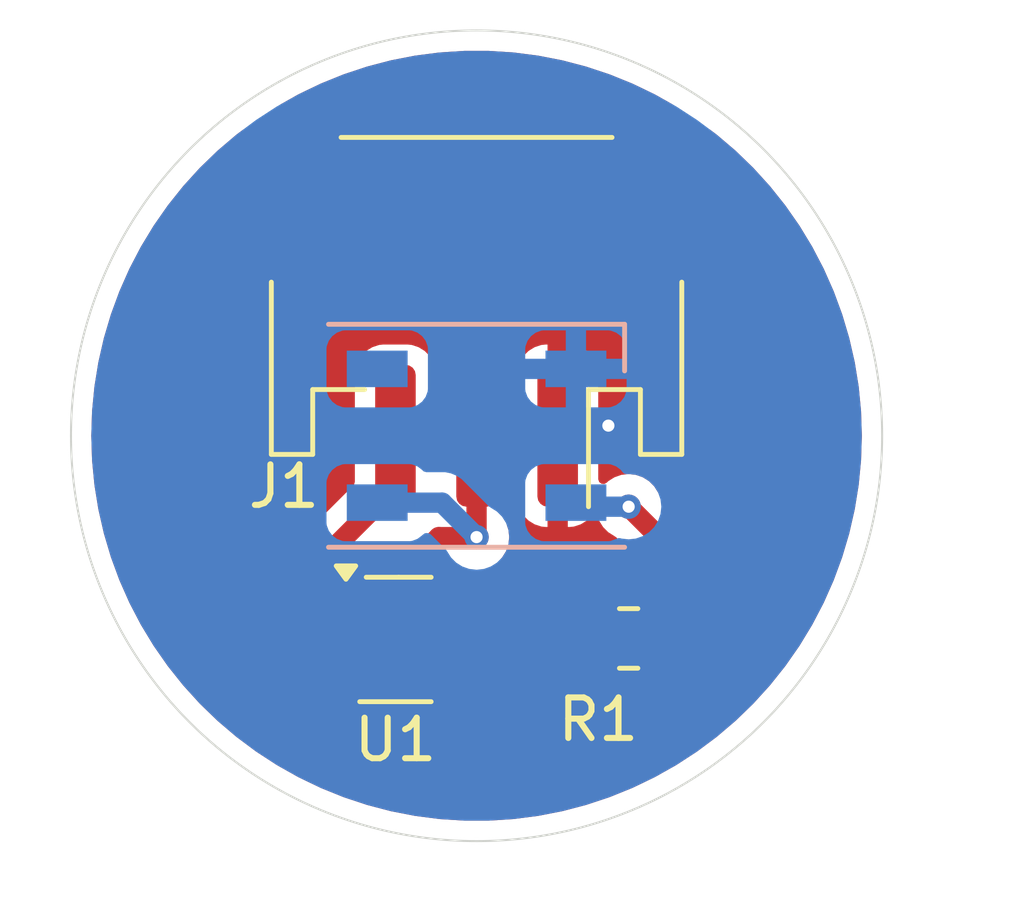
<source format=kicad_pcb>
(kicad_pcb (version 20240108) (generator "pcbnew") (generator_version "8.0")
  (layers (0 "F.Cu" signal) (31 "B.Cu" signal) (34 "B.Paste" user) (35 "F.Paste" user) (36 "B.SilkS" user "B.Silkscreen") (37 "F.SilkS" user "F.Silkscreen") (38 "B.Mask" user) (39 "F.Mask" user) (44 "Edge.Cuts" user))
  (net 0 "")
  (net 1 "+5V")
  (net 3 "Net-(D1-DIN)")
  (net 4 "GND")
  (net 5 "AUX")
  (net 6 "Net-(U1-1Y)")
  (footprint "Package_TO_SOT_SMD:TSOT-23-6_HandSoldering" (layer "F.Cu") (at -2 5)
    (property "Reference" "U1" (at 0 2.5 0) (layer "F.SilkS"))
    (property "Value" "SN74LVC2G34")
    (fp_line (start -0.88 1.56) (end 0.88 1.56) (stroke (width 0.12)) (layer "F.SilkS"))
    (fp_line (start 0.08 -1.51) (end -0.72 -1.51) (stroke (width 0.12)) (layer "F.SilkS"))
    (fp_line (start 0.08 -1.51) (end 0.88 -1.51) (stroke (width 0.12)) (layer "F.SilkS"))
    (fp_poly (pts (xy -1.22 -1.46) (xy -1.46 -1.79) (xy -0.98 -1.79) (xy -1.22 -1.46)) (stroke (width 0.12)) (fill solid) (layer "F.SilkS"))
    (pad "1" smd roundrect (at -1.71 -0.95) (size 2 0.65) (layers "F.Cu" "F.Paste" "F.Mask") (net 5 "AUX"))
    (pad "2" smd roundrect (at -1.71 0) (size 2 0.65) (layers "F.Cu" "F.Paste" "F.Mask") (net 4 "GND"))
    (pad "3" smd roundrect (at -1.71 0.95) (size 2 0.65) (layers "F.Cu" "F.Paste" "F.Mask"))
    (pad "4" smd roundrect (at 1.71 0.95) (size 2 0.65) (layers "F.Cu" "F.Paste" "F.Mask"))
    (pad "5" smd roundrect (at 1.71 0) (size 2 0.65) (layers "F.Cu" "F.Paste" "F.Mask") (net 1 "+5V"))
    (pad "6" smd roundrect (at 1.71 -0.95) (size 2 0.65) (layers "F.Cu" "F.Paste" "F.Mask") (net 6 "Net-(U1-1Y)"))
  )
  (footprint "Resistor_SMD:R_0805_2012Metric" (layer "F.Cu") (at 3.75 5)
    (property "Reference" "R1" (at -0.75 2 0) (layer "F.SilkS"))
    (property "Value" "330R")
    (fp_line (start -0.227064 -0.735) (end 0.227064 -0.735) (stroke (width 0.12)) (layer "F.SilkS"))
    (fp_line (start -0.227064 0.735) (end 0.227064 0.735) (stroke (width 0.12)) (layer "F.SilkS"))
    (pad "1" smd roundrect (at -0.9125 0) (size 1.025 1.4) (layers "F.Cu" "F.Paste" "F.Mask") (roundrect_rratio 0.243902) (net 6 "Net-(U1-1Y)"))
    (pad "2" smd roundrect (at 0.9125 0) (size 1.025 1.4) (layers "F.Cu" "F.Paste" "F.Mask") (roundrect_rratio 0.243902) (net 3 "Net-(D1-DIN)"))
  )
  (footprint "Connector_JST:JST_PH_S3B-PH-SM4-TB_1x03-1MP_P2.00mm_Horizontal" (layer "F.Cu") (at 0 -2.85 180)
    (property "Reference" "J1" (at 4.75 -4.1 180) (layer "F.SilkS"))
    (property "Value" "AUX")
    (fp_line (start 5.06 0.94) (end 5.06 -3.31) (stroke (width 0.12)) (layer "F.SilkS"))
    (fp_line (start 5.06 -3.31) (end 4.04 -3.31) (stroke (width 0.12)) (layer "F.SilkS"))
    (fp_line (start 4.04 -1.71) (end 2.76 -1.71) (stroke (width 0.12)) (layer "F.SilkS"))
    (fp_line (start 4.04 -3.31) (end 4.04 -1.71) (stroke (width 0.12)) (layer "F.SilkS"))
    (fp_line (start -2.76 -1.71) (end -2.76 -4.6) (stroke (width 0.12)) (layer "F.SilkS"))
    (fp_line (start -3.34 4.51) (end 3.34 4.51) (stroke (width 0.12)) (layer "F.SilkS"))
    (fp_line (start -4.04 -1.71) (end -2.76 -1.71) (stroke (width 0.12)) (layer "F.SilkS"))
    (fp_line (start -4.04 -3.31) (end -4.04 -1.71) (stroke (width 0.12)) (layer "F.SilkS"))
    (fp_line (start -5.06 0.94) (end -5.06 -3.31) (stroke (width 0.12)) (layer "F.SilkS"))
    (fp_line (start -5.06 -3.31) (end -4.04 -3.31) (stroke (width 0.12)) (layer "F.SilkS"))
    (pad "1" smd roundrect (at -2 -2.85 180) (size 1 3.5) (layers "F.Cu" "F.Paste" "F.Mask") (net 4 "GND"))
    (pad "2" smd roundrect (at 0 -2.85 180) (size 1 3.5) (layers "F.Cu" "F.Paste" "F.Mask") (net 1 "+5V"))
    (pad "3" smd roundrect (at 2 -2.85 180) (size 1 3.5) (layers "F.Cu" "F.Paste" "F.Mask") (net 5 "AUX"))
    (pad "MP" smd roundrect (at -4.35 2.9 180) (size 1.5 3.4) (layers "F.Cu" "F.Paste" "F.Mask") (roundrect_rratio 0.166667) (net 4 "GND"))
    (pad "MP" smd roundrect (at 4.35 2.9 180) (size 1.5 3.4) (layers "F.Cu" "F.Paste" "F.Mask") (roundrect_rratio 0.166667) (net 4 "GND"))
  )
  (footprint "LED_SMD:LED_WS2812B_PLCC4_5.0x5.0mm_P3.2mm" (layer "B.Cu") (at 0 0)
    (property "Reference" "D1" (hide yes))
    (property "Value" "WS2812B")
    (fp_line (start 3.65 -2.75) (end -3.65 -2.75) (stroke (width 0.12)) (layer "B.SilkS"))
    (fp_line (start 3.65 -1.6) (end 3.65 -2.75) (stroke (width 0.12)) (layer "B.SilkS"))
    (fp_line (start 3.65 2.75) (end -3.65 2.75) (stroke (width 0.12)) (layer "B.SilkS"))
    (pad "1" smd rect (at -2.45 1.65) (size 1.5 0.9) (layers "B.Cu" "B.Paste" "B.Mask") (net 1 "+5V"))
    (pad "2" smd rect (at -2.45 -1.65) (size 1.5 0.9) (layers "B.Cu" "B.Paste" "B.Mask"))
    (pad "3" smd rect (at 2.45 -1.65) (size 1.5 0.9) (layers "B.Cu" "B.Paste" "B.Mask") (net 4 "GND"))
    (pad "4" smd rect (at 2.45 1.65) (size 1.5 0.9) (layers "B.Cu" "B.Paste" "B.Mask") (net 3 "Net-(D1-DIN)"))
  )
  (gr_circle (center 0 0) (end 10 0) (stroke (width 0.05)) (fill none) (layer "Edge.Cuts"))
  (segment (start 0 2.5) (end 0 0) (width 0.5) (layer "F.Cu") (net 1))
  (segment (start -0.29 5) (end -1.5 5) (width 0.5) (layer "F.Cu") (net 1))
  (segment (start -0.930354 2.5) (end 0 2.5) (width 0.5) (layer "F.Cu") (net 1))
  (segment (start -1.5 5) (end -2 4.5) (width 0.5) (layer "F.Cu") (net 1))
  (segment (start -2 3.569646) (end -0.930354 2.5) (width 0.5) (layer "F.Cu") (net 1))
  (segment (start -2 4.5) (end -2 3.569646) (width 0.5) (layer "F.Cu") (net 1))
  (via (at 0 2.5) (size 0.6) (drill 0.3) (layers "F.Cu" "B.Cu") (net 1))
  (segment (start 0 2.5) (end -0.85 1.65) (width 0.5) (layer "B.Cu") (net 1))
  (segment (start -0.85 1.65) (end -2.45 1.65) (width 0.5) (layer "B.Cu") (net 1))
  (segment (start 4.6625 2.6625) (end 4.6625 5) (width 0.5) (layer "F.Cu") (net 3))
  (segment (start 3.75 1.75) (end 4.6625 2.6625) (width 0.5) (layer "F.Cu") (net 3))
  (via (at 3.75 1.75) (size 0.6) (drill 0.3) (layers "F.Cu" "B.Cu") (net 3))
  (segment (start 2.55 1.75) (end 2.45 1.65) (width 0.5) (layer "B.Cu") (net 3))
  (segment (start 3.75 1.75) (end 2.55 1.75) (width 0.5) (layer "B.Cu") (net 3))
  (via (at 3.25 -0.25) (size 0.6) (drill 0.3) (layers "F.Cu" "B.Cu") (net 4))
  (segment (start -3.71 4.05) (end -3.71 2.96) (width 0.5) (layer "F.Cu") (net 5))
  (segment (start -3.71 2.96) (end -2 1.25) (width 0.5) (layer "F.Cu") (net 5))
  (segment (start -2 1.25) (end -2 0) (width 0.5) (layer "F.Cu") (net 5))
  (segment (start -0.29 4.05) (end 1.8875 4.05) (width 0.5) (layer "F.Cu") (net 6))
  (segment (start 1.8875 4.05) (end 2.8375 5) (width 0.5) (layer "F.Cu") (net 6))
  (zone (net 4) (net_name "GND") (layers "F&B.Cu") (connect_pads (clearance 0.5)) (min_thickness 0.25) (fill yes (thermal_gap 0.5) (thermal_bridge_width 0.5))
    (polygon (pts (xy -11 -10.75) (xy -11.75 11.5) (xy 13.5 11.75) (xy 13 -10.75)))
  )
)
</source>
